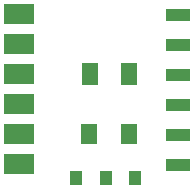
<source format=gbr>
%TF.GenerationSoftware,KiCad,Pcbnew,9.0.0*%
%TF.CreationDate,2025-05-11T17:49:33+05:30*%
%TF.ProjectId,Auto-UPDI-with-switch,4175746f-2d55-4504-9449-2d776974682d,rev?*%
%TF.SameCoordinates,Original*%
%TF.FileFunction,Paste,Top*%
%TF.FilePolarity,Positive*%
%FSLAX46Y46*%
G04 Gerber Fmt 4.6, Leading zero omitted, Abs format (unit mm)*
G04 Created by KiCad (PCBNEW 9.0.0) date 2025-05-11 17:49:33*
%MOMM*%
%LPD*%
G01*
G04 APERTURE LIST*
%ADD10R,1.400000X1.900000*%
%ADD11R,1.000000X1.200000*%
%ADD12R,2.500000X1.700000*%
%ADD13R,2.000000X1.000000*%
%ADD14R,1.400000X1.700000*%
G04 APERTURE END LIST*
D10*
%TO.C,D5*%
X90425000Y-82550000D03*
X93725000Y-82550000D03*
%TD*%
D11*
%TO.C,SW1*%
X89257500Y-91380000D03*
X91757500Y-91380000D03*
X94257500Y-91380000D03*
%TD*%
D12*
%TO.C,J1*%
X84455000Y-90170000D03*
X84455000Y-87630000D03*
X84455000Y-85090000D03*
X84455000Y-82550000D03*
X84455000Y-80010000D03*
X84455000Y-77470000D03*
%TD*%
D13*
%TO.C,J2*%
X97870000Y-77520000D03*
X97870000Y-80060000D03*
X97870000Y-82600000D03*
X97870000Y-85140000D03*
X97870000Y-87680000D03*
X97870000Y-90220000D03*
%TD*%
D14*
%TO.C,R4*%
X90375000Y-87630000D03*
X93775000Y-87630000D03*
%TD*%
M02*

</source>
